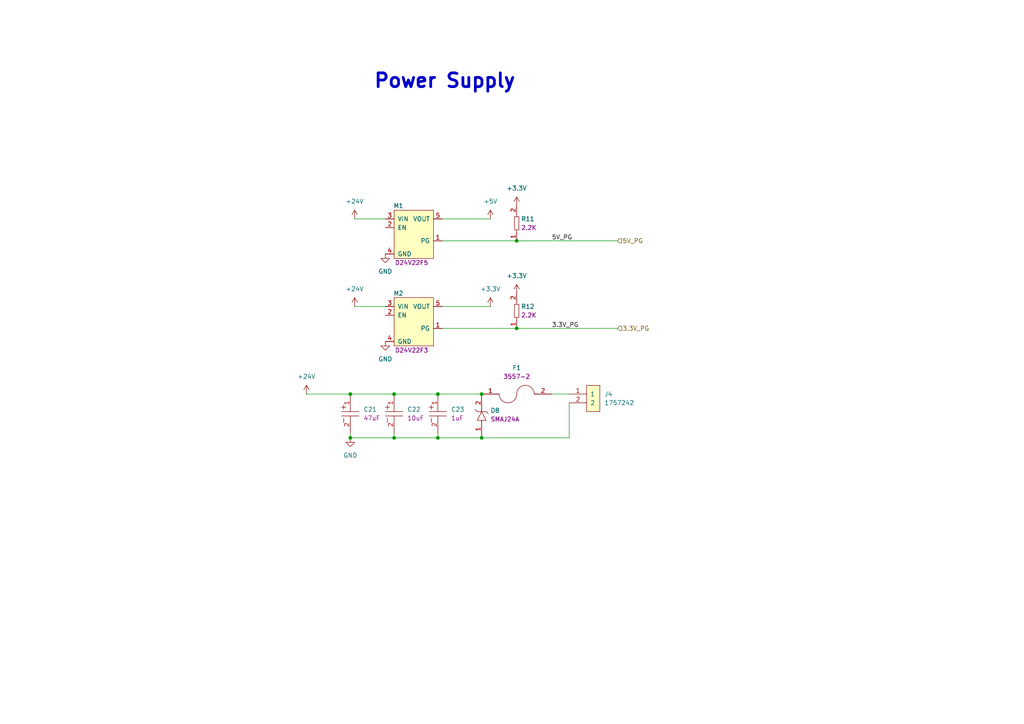
<source format=kicad_sch>
(kicad_sch (version 20231120) (generator "eeschema") (generator_version "8.0")
  (paper "A4")
  (lib_symbols
    (symbol "AVR-KiCAD-Lib-Capacitors:UUQ1H010MCL1GB" (pin_names (offset 1.016))
      (property "Reference" "C" (at -2.54 2.54 0))
      (property "_Value_" "1uF" (at 58.42 63.5 0))
      (symbol "UUQ1H010MCL1GB_0_1"
        (polyline (pts (xy -1.27 -1.27) (xy -1.27 -2.54)))
        (polyline (pts (xy -0.635 -1.905) (xy -1.905 -1.905)))
        (polyline (pts (xy 1.905 -1.905) (xy 3.175 -1.905)))
      )
      (symbol "UUQ1H010MCL1GB_1_1"
        (polyline (pts (xy 0 2.54) (xy 0 -2.54)))
        (polyline (pts (xy 1.27 2.54) (xy 1.27 -2.54)))
        (pin input line (at -5.08 0 0) (length 5.08) (name "~") (number "1"))
        (pin input line (at 6.35 0 180) (length 5.08) (name "~") (number "2"))
      )
    )
    (symbol "AVR-KiCAD-Lib-Capacitors:UUQ1H100MCL1GB" (pin_names (offset 1.016))
      (property "Reference" "C" (at -2.54 2.54 0))
      (property "_Value_" "10uF" (at 58.42 63.5 0))
      (symbol "UUQ1H100MCL1GB_0_1"
        (polyline (pts (xy -1.27 -1.27) (xy -1.27 -2.54)))
        (polyline (pts (xy -0.635 -1.905) (xy -1.905 -1.905)))
        (polyline (pts (xy 1.905 -1.905) (xy 3.175 -1.905)))
      )
      (symbol "UUQ1H100MCL1GB_1_1"
        (polyline (pts (xy 0 2.54) (xy 0 -2.54)))
        (polyline (pts (xy 1.27 2.54) (xy 1.27 -2.54)))
        (pin input line (at -5.08 0 0) (length 5.08) (name "~") (number "1"))
        (pin input line (at 6.35 0 180) (length 5.08) (name "~") (number "2"))
      )
    )
    (symbol "AVR-KiCAD-Lib-Capacitors:UUQ1H470MCL1GS" (pin_names (offset 1.016))
      (property "Reference" "C" (at -2.54 2.54 0))
      (property "_Value_" "47uF" (at 58.42 63.5 0))
      (symbol "UUQ1H470MCL1GS_0_1"
        (polyline (pts (xy -1.27 -1.27) (xy -1.27 -2.54)))
        (polyline (pts (xy -0.635 -1.905) (xy -1.905 -1.905)))
        (polyline (pts (xy 1.905 -1.905) (xy 3.175 -1.905)))
      )
      (symbol "UUQ1H470MCL1GS_1_1"
        (polyline (pts (xy 0 2.54) (xy 0 -2.54)))
        (polyline (pts (xy 1.27 2.54) (xy 1.27 -2.54)))
        (pin input line (at -5.08 0 0) (length 5.08) (name "~") (number "1"))
        (pin input line (at 6.35 0 180) (length 5.08) (name "~") (number "2"))
      )
    )
    (symbol "AVR-KiCAD-Lib-Connectors:1757242" (pin_names (offset 1.016))
      (property "Reference" "J" (at -1.27 -1.27 0))
      (property "Value" "1757242" (at 3.81 -11.43 0))
      (symbol "1757242_0_1"
        (rectangle (start 0 -2.54) (end 3.81 -10.16) (fill (type background)))
      )
      (symbol "1757242_1_1"
        (pin passive line (at -5.08 -5.08 0) (length 5.08) (name "1") (number "1"))
        (pin passive line (at -5.08 -7.62 0) (length 5.08) (name "2") (number "2"))
      )
    )
    (symbol "AVR-KiCAD-Lib-Diodes:SMAJ24A" (pin_names (offset 1.016))
      (property "Reference" "D" (at -2.54 2.54 0))
      (property "_Value_" "SMAJ24A" (at 58.42 63.5 0))
      (symbol "SMAJ24A_0_1"
        (polyline (pts (xy 1.27 -1.27) (xy 0.635 -1.905)))
        (polyline (pts (xy 1.27 1.27) (xy 1.27 -1.27)))
        (polyline (pts (xy 1.27 1.27) (xy 1.905 1.905)))
        (polyline (pts (xy -1.27 1.27) (xy -1.27 -1.27) (xy 1.27 0) (xy -1.27 1.27)))
      )
      (symbol "SMAJ24A_1_1"
        (pin passive line (at -6.35 0 0) (length 5.08) (name "~") (number "1"))
        (pin passive line (at 6.35 0 180) (length 5.08) (name "~") (number "2"))
      )
    )
    (symbol "AVR-KiCAD-Lib-Fuse-Holders:3557-2" (pin_names (offset 1.016))
      (property "Reference" "F" (at -6.35 6.35 0))
      (property "_Value_" "3557-2" (at -3.81 3.81 0))
      (symbol "3557-2_0_1"
        (arc (start -5.08 0) (mid -2.54 -2.529) (end 0 0))
        (arc (start 5.08 0) (mid 2.54 2.529) (end 0 0))
      )
      (symbol "3557-2_1_1"
        (pin passive line (at -10.16 0 0) (length 5.08) (name "~") (number "1"))
        (pin passive line (at 10.16 0 180) (length 5.08) (name "~") (number "2"))
      )
    )
    (symbol "AVR-KiCAD-Lib-Modules:D24V22F3" (pin_names (offset 1.016))
      (property "Reference" "M" (at 0 15.24 0))
      (property "_Value_" "D24V22F3" (at 5.08 -1.27 0))
      (symbol "D24V22F3_1_1"
        (rectangle (start 0 13.97) (end 11.43 0) (fill (type background)))
        (pin input line (at 13.97 5.08 180) (length 2.54) (name "PG") (number "1"))
        (pin input line (at -2.54 8.89 0) (length 2.54) (name "EN") (number "2"))
        (pin input line (at -2.54 11.43 0) (length 2.54) (name "VIN") (number "3"))
        (pin passive line (at -2.54 1.27 0) (length 2.54) (name "GND") (number "4"))
        (pin output line (at 13.97 11.43 180) (length 2.54) (name "VOUT") (number "5"))
      )
    )
    (symbol "AVR-KiCAD-Lib-Modules:D24V22F5" (pin_names (offset 1.016))
      (property "Reference" "M" (at 0 15.24 0))
      (property "_Value_" "D24V22F5" (at 5.08 -1.27 0))
      (symbol "D24V22F5_1_1"
        (rectangle (start 0 13.97) (end 11.43 0) (fill (type background)))
        (pin input line (at 13.97 5.08 180) (length 2.54) (name "PG") (number "1"))
        (pin input line (at -2.54 8.89 0) (length 2.54) (name "EN") (number "2"))
        (pin input line (at -2.54 11.43 0) (length 2.54) (name "VIN") (number "3"))
        (pin passive line (at -2.54 1.27 0) (length 2.54) (name "GND") (number "4"))
        (pin output line (at 13.97 11.43 180) (length 2.54) (name "VOUT") (number "5"))
      )
    )
    (symbol "AVR-KiCAD-Lib-Resistors:RC0603FR-072K2L" (pin_names (offset 1.016))
      (property "Reference" "R" (at -2.54 2.54 0))
      (property "Value" "RC0603FR-072K2L" (at 1.27 5.08 0))
      (property "_Value_" "2.2K" (at 58.42 63.5 0))
      (symbol "RC0603FR-072K2L_0_1"
        (rectangle (start -1.905 0.635) (end 1.905 -0.635))
        (polyline (pts (xy -2.54 0) (xy -1.905 0)))
        (polyline (pts (xy -1.905 0) (xy -1.905 0)))
        (polyline (pts (xy 1.905 0) (xy 1.905 0)))
        (polyline (pts (xy 2.54 0) (xy 1.905 0)))
      )
      (symbol "RC0603FR-072K2L_1_1"
        (pin passive line (at -5.08 0 0) (length 2.5146) (name "~") (number "1"))
        (pin passive line (at 5.08 0 180) (length 2.5146) (name "~") (number "2"))
      )
    )
    (symbol "power:+24V" (power) (pin_numbers hide) (pin_names (offset 0) hide)
      (property "Value" "+24V" (at 0 3.556 0))
      (symbol "+24V_0_1"
        (polyline (pts (xy -0.762 1.27) (xy 0 2.54)))
        (polyline (pts (xy 0 0) (xy 0 2.54)))
        (polyline (pts (xy 0 2.54) (xy 0.762 1.27)))
      )
      (symbol "+24V_1_1"
        (pin power_in line (at 0 0 90) (length 0) (name "~") (number "1"))
      )
    )
    (symbol "power:+3.3V" (power) (pin_names (offset 0))
      (property "Value" "+3.3V" (at 0 3.556 0))
      (symbol "+3.3V_0_1"
        (polyline (pts (xy -0.762 1.27) (xy 0 2.54)))
        (polyline (pts (xy 0 0) (xy 0 2.54)))
        (polyline (pts (xy 0 2.54) (xy 0.762 1.27)))
      )
      (symbol "+3.3V_1_1"
        (pin power_in line (at 0 0 90) (length 0) hide (name "+3.3V") (number "1"))
      )
    )
    (symbol "power:+5V" (power) (pin_names (offset 0))
      (property "Value" "+5V" (at 0 3.556 0))
      (symbol "+5V_0_1"
        (polyline (pts (xy -0.762 1.27) (xy 0 2.54)))
        (polyline (pts (xy 0 0) (xy 0 2.54)))
        (polyline (pts (xy 0 2.54) (xy 0.762 1.27)))
      )
      (symbol "+5V_1_1"
        (pin power_in line (at 0 0 90) (length 0) hide (name "+5V") (number "1"))
      )
    )
    (symbol "power:GND" (power) (pin_names (offset 0))
      (property "Value" "GND" (at 0 -3.81 0))
      (symbol "GND_0_1"
        (polyline (pts (xy 0 0) (xy 0 -1.27) (xy 1.27 -1.27) (xy 0 -2.54) (xy -1.27 -1.27) (xy 0 -1.27)))
      )
      (symbol "GND_1_1"
        (pin power_in line (at 0 0 270) (length 0) hide (name "GND") (number "1"))
      )
    )
  )
  (junction (at 149.86 95.25))
  (junction (at 101.6 114.3))
  (junction (at 114.3 127))
  (junction (at 139.7 127))
  (junction (at 101.6 127))
  (junction (at 127 114.3))
  (junction (at 149.86 69.85))
  (junction (at 139.7 114.3))
  (junction (at 127 127))
  (junction (at 114.3 114.3))
  (wire (pts (xy 127 114.3) (xy 139.7 114.3)))
  (wire (pts (xy 149.86 69.85) (xy 179.07 69.85)))
  (wire (pts (xy 127 127) (xy 139.7 127)))
  (wire (pts (xy 127 127) (xy 127 125.73)))
  (wire (pts (xy 128.27 88.9) (xy 142.24 88.9)))
  (wire (pts (xy 149.86 95.25) (xy 179.07 95.25)))
  (wire (pts (xy 160.02 114.3) (xy 165.1 114.3)))
  (wire (pts (xy 114.3 114.3) (xy 127 114.3)))
  (wire (pts (xy 128.27 95.25) (xy 149.86 95.25)))
  (wire (pts (xy 128.27 63.5) (xy 142.24 63.5)))
  (wire (pts (xy 102.87 88.9) (xy 111.76 88.9)))
  (wire (pts (xy 139.7 127) (xy 165.1 127)))
  (wire (pts (xy 128.27 69.85) (xy 149.86 69.85)))
  (wire (pts (xy 102.87 63.5) (xy 111.76 63.5)))
  (wire (pts (xy 88.9 114.3) (xy 101.6 114.3)))
  (wire (pts (xy 114.3 127) (xy 114.3 125.73)))
  (wire (pts (xy 101.6 127) (xy 114.3 127)))
  (wire (pts (xy 114.3 127) (xy 127 127)))
  (wire (pts (xy 165.1 127) (xy 165.1 116.84)))
  (wire (pts (xy 101.6 127) (xy 101.6 125.73)))
  (wire (pts (xy 101.6 114.3) (xy 114.3 114.3)))
  (text "Power Supply " (at 108.204 25.908 0) (effects (font (size 4 4) (thickness 0.8) (bold yes)) (justify left bottom)))
  (label "3.3V_PG" (at 160.02 95.25 0))
  (label "5V_PG" (at 160.02 69.85 0))
  (hierarchical_label "5V_PG" (shape input) (at 179.07 69.85 0))
  (hierarchical_label "3.3V_PG" (shape input) (at 179.07 95.25 0))
  (symbol (lib_id "power:+24V") (at 102.87 63.5 0) (unit 1)
    (property "Reference" "#PWR028" (effects (hide yes)))
    (property "Value" "+24V" (at 102.87 58.42 0))
    (property "Description" "Power symbol creates a global label with name \"+24V\"" (effects (hide yes)))
  )
  (symbol (lib_id "AVR-KiCAD-Lib-Resistors:RC0603FR-072K2L") (at 149.86 64.77 90) (unit 1)
    (property "Reference" "R11" (at 151.13 63.4999 90) (effects (justify right)))
    (property "Value" "RC0603FR-072K2L" (effects (hide yes)))
    (property "Footprint" "AVR-KiCAD-Lib-Resistors:R0603" (effects (hide yes)))
    (property "Datasheet" "https://www.yageo.com/upload/media/product/products/datasheet/rchip/PYu-RC_Group_51_RoHS_L_12.pdf" (effects (hide yes)))
    (property "Description" "2.2 kOhms ±1% 0.1W, 1/10W Chip Resistor 0603 (1608 Metric) Moisture Resistant Thick Film" (effects (hide yes)))
    (property "Cost QTY: 1" "0.10000" (effects (hide yes)))
    (property "Cost QTY: 1000" "0.00532" (effects (hide yes)))
    (property "Cost QTY: 2500" "*" (effects (hide yes)))
    (property "Cost QTY: 5000" "0.00382" (effects (hide yes)))
    (property "Cost QTY: 10000" "0.00335" (effects (hide yes)))
    (property "MFR" "YAGEO" (effects (hide yes)))
    (property "MFR#" "RC0603FR-072K2L" (effects (hide yes)))
    (property "Vendor" "Digikey" (effects (hide yes)))
    (property "Vendor #" "311-2.20KHRTR-ND" (effects (hide yes)))
    (property "Designer" "Adam Vadala-Roth" (effects (hide yes)))
    (property "Height" "0.55mm" (effects (hide yes)))
    (property "Date Created" "3/8/2024" (effects (hide yes)))
    (property "Date Modified" "3/8/2024" (effects (hide yes)))
    (property "Lead-Free ?" "Yes" (effects (hide yes)))
    (property "RoHS Levels" "1" (effects (hide yes)))
    (property "Mounting" "SMT" (effects (hide yes)))
    (property "Pin Count #" "2" (effects (hide yes)))
    (property "Status" "Active" (effects (hide yes)))
    (property "Tolerance" "1%" (effects (hide yes)))
    (property "Type" "Resistor " (effects (hide yes)))
    (property "Voltage" "N/A" (effects (hide yes)))
    (property "Package" "0603" (effects (hide yes)))
    (property "_Value_" "2.2K" (at 151.13 66.0399 90) (effects (justify right)))
    (property "Management_ID" "*" (effects (hide yes)))
  )
  (symbol (lib_id "AVR-KiCAD-Lib-Fuse-Holders:3557-2") (at 149.86 114.3 0) (unit 1)
    (property "Reference" "F1" (at 149.86 106.68 0))
    (property "Value" "3557-2" (effects (hide yes)))
    (property "Footprint" "AVR-KiCAD-Lib-Fuse-Holders:FUSE_3557-2" (effects (hide yes)))
    (property "Datasheet" "https://www.keyelco.com/userAssets/file/M65p41.pdf" (effects (hide yes)))
    (property "Description" "Fuse Block 30 A 500V 1 Circuit Blade Through Hole" (effects (hide yes)))
    (property "Cost QTY: 1" "1.31000" (effects (hide yes)))
    (property "Cost QTY: 1000" "0.63520" (effects (hide yes)))
    (property "Cost QTY: 2500" "0.53190" (effects (hide yes)))
    (property "Cost QTY: 5000" "0.51110" (effects (hide yes)))
    (property "Cost QTY: 10000" "*" (effects (hide yes)))
    (property "MFR" "Keystone Electronics" (effects (hide yes)))
    (property "MFR#" "3557-2" (effects (hide yes)))
    (property "Vendor" "Digikey" (effects (hide yes)))
    (property "Vendor #" "36-3557-2-ND" (effects (hide yes)))
    (property "Designer" "Adam Vadala-Roth" (effects (hide yes)))
    (property "Height" "7.4mm" (effects (hide yes)))
    (property "Date Created" "10/27/2024" (effects (hide yes)))
    (property "Date Modified" "10/27/2024" (effects (hide yes)))
    (property "Lead-Free ?" "Yes" (effects (hide yes)))
    (property "RoHS Levels" "1" (effects (hide yes)))
    (property "Mounting" "ThroughHole" (effects (hide yes)))
    (property "Pin Count #" "2" (effects (hide yes)))
    (property "Status" "Active" (effects (hide yes)))
    (property "Tolerance" "*" (effects (hide yes)))
    (property "Type" "Fuse Holder" (effects (hide yes)))
    (property "Voltage" "500V" (effects (hide yes)))
    (property "Package" "*" (effects (hide yes)))
    (property "_Value_" "3557-2" (at 149.86 109.22 0))
    (property "Management_ID" "*" (effects (hide yes)))
  )
  (symbol (lib_id "AVR-KiCAD-Lib-Capacitors:UUQ1H470MCL1GS") (at 101.6 119.38 270) (unit 1)
    (property "Reference" "C21" (at 105.41 118.745 90) (effects (justify left)))
    (property "Value" "UUQ1H470MCL1GS" (effects (hide yes)))
    (property "Footprint" "AVR-KiCAD-Lib-Capacitors:CP_Elec_8x10" (effects (hide yes)))
    (property "Datasheet" "https://www.nichicon.co.jp/english/products/pdfs/e-uuq.pdf" (effects (hide yes)))
    (property "Description" "47µF 50V Aluminum Electrolytic Capacitors Radial, Can - SMD 1000 Hrs @ 105°C" (effects (hide yes)))
    (property "Cost QTY: 1" "1.06000" (effects (hide yes)))
    (property "Cost QTY: 1000" "*" (effects (hide yes)))
    (property "Cost QTY: 2500" "*" (effects (hide yes)))
    (property "Cost QTY: 5000" "*" (effects (hide yes)))
    (property "Cost QTY: 10000" "*" (effects (hide yes)))
    (property "MFR" "Nichicon" (effects (hide yes)))
    (property "MFR#" "UUQ1H470MCL1GS" (effects (hide yes)))
    (property "Vendor" "Digikey" (effects (hide yes)))
    (property "Vendor #" "493-3212-1-ND" (effects (hide yes)))
    (property "Designer" "AVR" (effects (hide yes)))
    (property "Height" "6.2mm" (effects (hide yes)))
    (property "Date Created" "12/16/2019" (effects (hide yes)))
    (property "Date Modified" "12/16/2019" (effects (hide yes)))
    (property "Lead-Free ?" "Yes" (effects (hide yes)))
    (property "RoHS Levels" "1" (effects (hide yes)))
    (property "Mounting" "SMT" (effects (hide yes)))
    (property "Pin Count #" "2" (effects (hide yes)))
    (property "Status" "Active" (effects (hide yes)))
    (property "Tolerance" "20%" (effects (hide yes)))
    (property "Type" "Alu  Cap Audio" (effects (hide yes)))
    (property "Voltage" "50V" (effects (hide yes)))
    (property "Package" "Radial SMD" (effects (hide yes)))
    (property "_Value_" "47uF" (at 105.41 121.285 90) (effects (justify left)))
    (property "Management_ID" "*" (effects (hide yes)))
  )
  (symbol (lib_id "power:+3.3V") (at 142.24 88.9 0) (unit 1)
    (property "Reference" "#PWR032" (effects (hide yes)))
    (property "Value" "+3.3V" (at 142.24 83.82 0))
  )
  (symbol (lib_id "AVR-KiCAD-Lib-Modules:D24V22F5") (at 114.3 74.93 0) (unit 1)
    (property "Reference" "M1" (at 115.57 59.69 0))
    (property "Value" "D24V22F5" (effects (hide yes)))
    (property "Footprint" "AVR-KiCAD-Lib-Modules:D24V22F12" (effects (hide yes)))
    (property "Datasheet" "https://www.pololu.com/product/2858" (effects (hide yes)))
    (property "Description" "DCDC Regulator Module 24-36V IN 5VDC OUT" (effects (hide yes)))
    (property "Cost QTY: 1" "11.95 " (effects (hide yes)))
    (property "Cost QTY: 1000" "*" (effects (hide yes)))
    (property "Cost QTY: 2500" "*" (effects (hide yes)))
    (property "Cost QTY: 5000" "*" (effects (hide yes)))
    (property "Cost QTY: 10000" "*" (effects (hide yes)))
    (property "MFR" "Pololu Robotics & Electronics" (effects (hide yes)))
    (property "MFR#" "D24V22F5" (effects (hide yes)))
    (property "Vendor" "Pololu Robotics & Electronics" (effects (hide yes)))
    (property "Vendor #" "D24V22F5" (effects (hide yes)))
    (property "Designer" "Adam Vadala-Roth" (effects (hide yes)))
    (property "Height" "6mm" (effects (hide yes)))
    (property "Date Created" "9/26/2023" (effects (hide yes)))
    (property "Date Modified" "9/26/2023" (effects (hide yes)))
    (property "Lead-Free ?" "Yes" (effects (hide yes)))
    (property "RoHS Levels" "1" (effects (hide yes)))
    (property "Mounting" "ThroughHole" (effects (hide yes)))
    (property "Pin Count #" "5" (effects (hide yes)))
    (property "Status" "Active" (effects (hide yes)))
    (property "Tolerance" "N/A" (effects (hide yes)))
    (property "Type" "Module" (effects (hide yes)))
    (property "Voltage" "36V IN 5V OUT" (effects (hide yes)))
    (property "Package" "Proprietary" (effects (hide yes)))
    (property "_Value_" "D24V22F5" (at 119.38 76.2 0))
    (property "Management_ID" "*" (effects (hide yes)))
  )
  (symbol (lib_id "power:GND") (at 101.6 127 0) (unit 1)
    (property "Reference" "#PWR027" (effects (hide yes)))
    (property "Value" "GND" (at 101.6 132.08 0))
  )
  (symbol (lib_id "power:+3.3V") (at 149.86 85.09 0) (unit 1)
    (property "Reference" "#PWR034" (effects (hide yes)))
    (property "Value" "+3.3V" (at 149.86 80.01 0))
  )
  (symbol (lib_id "AVR-KiCAD-Lib-Capacitors:UUQ1H100MCL1GB") (at 114.3 119.38 270) (unit 1)
    (property "Reference" "C22" (at 118.11 118.745 90) (effects (justify left)))
    (property "Value" "UUQ1H100MCL1GB" (effects (hide yes)))
    (property "Footprint" "AVR-KiCAD-Lib-Capacitors:CP_Elec_4x5.3" (effects (hide yes)))
    (property "Datasheet" "https://www.nichicon.co.jp/english/products/pdfs/e-uuq.pdf" (effects (hide yes)))
    (property "Description" "10µF 50V Aluminum Electrolytic Capacitors Radial, Can - SMD 1000 Hrs @ 105°C" (effects (hide yes)))
    (property "Cost QTY: 1" "0.72000" (effects (hide yes)))
    (property "Cost QTY: 1000" "0.24828" (effects (hide yes)))
    (property "Cost QTY: 2500" "*" (effects (hide yes)))
    (property "Cost QTY: 5000" "*" (effects (hide yes)))
    (property "Cost QTY: 10000" "*" (effects (hide yes)))
    (property "MFR" "Nichicon" (effects (hide yes)))
    (property "MFR#" "UUQ1H100MCL1GB" (effects (hide yes)))
    (property "Vendor" "Digikey" (effects (hide yes)))
    (property "Vendor #" "493-3208-1-ND" (effects (hide yes)))
    (property "Designer" "AVR" (effects (hide yes)))
    (property "Height" "5.4mm" (effects (hide yes)))
    (property "Date Created" "12/16/2019" (effects (hide yes)))
    (property "Date Modified" "12/16/2019" (effects (hide yes)))
    (property "Lead-Free ?" "Yes" (effects (hide yes)))
    (property "RoHS Levels" "1" (effects (hide yes)))
    (property "Mounting" "SMT" (effects (hide yes)))
    (property "Pin Count #" "2" (effects (hide yes)))
    (property "Status" "Active" (effects (hide yes)))
    (property "Tolerance" "20%" (effects (hide yes)))
    (property "Type" "Alu  Cap Audio" (effects (hide yes)))
    (property "Voltage" "50V" (effects (hide yes)))
    (property "Package" "Radial SMD" (effects (hide yes)))
    (property "_Value_" "10uF" (at 118.11 121.285 90) (effects (justify left)))
    (property "Management_ID" "*" (effects (hide yes)))
  )
  (symbol (lib_id "AVR-KiCAD-Lib-Capacitors:UUQ1H010MCL1GB") (at 127 119.38 270) (unit 1)
    (property "Reference" "C23" (at 130.81 118.745 90) (effects (justify left)))
    (property "Value" "UUQ1H010MCL1GB" (effects (hide yes)))
    (property "Footprint" "AVR-KiCAD-Lib-Capacitors:CP_Elec_4x5.3" (effects (hide yes)))
    (property "Datasheet" "https://www.nichicon.co.jp/english/products/pdfs/e-uuq.pdf" (effects (hide yes)))
    (property "Description" "1µF 50V Aluminum Electrolytic Capacitors Radial, Can - SMD 1000 Hrs @ 105°C" (effects (hide yes)))
    (property "Cost QTY: 1" "0.47000" (effects (hide yes)))
    (property "Cost QTY: 1000" "0.32600" (effects (hide yes)))
    (property "Cost QTY: 2500" "*" (effects (hide yes)))
    (property "Cost QTY: 5000" "*" (effects (hide yes)))
    (property "Cost QTY: 10000" "*" (effects (hide yes)))
    (property "MFR" "Nichicon" (effects (hide yes)))
    (property "MFR#" "UUQ1H010MCL1GB" (effects (hide yes)))
    (property "Vendor" "Digikey" (effects (hide yes)))
    (property "Vendor #" "493-3207-1-ND" (effects (hide yes)))
    (property "Designer" "AVR" (effects (hide yes)))
    (property "Height" "5.4mm" (effects (hide yes)))
    (property "Date Created" "12/16/2019" (effects (hide yes)))
    (property "Date Modified" "12/16/2019" (effects (hide yes)))
    (property "Lead-Free ?" "Yes" (effects (hide yes)))
    (property "RoHS Levels" "1" (effects (hide yes)))
    (property "Mounting" "SMT" (effects (hide yes)))
    (property "Pin Count #" "2" (effects (hide yes)))
    (property "Status" "Active" (effects (hide yes)))
    (property "Tolerance" "20%" (effects (hide yes)))
    (property "Type" "Alu  Cap Audio" (effects (hide yes)))
    (property "Voltage" "50V" (effects (hide yes)))
    (property "Package" "Radial SMD" (effects (hide yes)))
    (property "_Value_" "1uF" (at 130.81 121.285 90) (effects (justify left)))
    (property "Management_ID" "*" (effects (hide yes)))
  )
  (symbol (lib_id "power:+5V") (at 142.24 63.5 0) (unit 1)
    (property "Reference" "#PWR031" (effects (hide yes)))
    (property "Value" "+5V" (at 142.24 58.42 0))
  )
  (symbol (lib_id "AVR-KiCAD-Lib-Connectors:1757242") (at 170.18 109.22 0) (unit 1)
    (property "Reference" "J4" (at 175.26 114.3 0) (effects (justify left)))
    (property "Value" "1757242" (at 175.26 116.84 0) (effects (justify left)))
    (property "Footprint" "AVR-KiCAD-Lib-Connectors:PhoenixContact_MSTBA-G_02x5.08mm_Angled" (effects (hide yes)))
    (property "Datasheet" "https://media.digikey.com/pdf/Data%20Sheets/Phoenix%20Contact%20PDFs/1757242.pdf" (effects (hide yes)))
    (property "Description" "2 Position Terminal Block Header, Male Pins, Shrouded (4 Side) 0.200\" (5.08mm) 90°, Right Angle  Through Hole" (effects (hide yes)))
    (property "Cost QTY: 1" "0.64000" (effects (hide yes)))
    (property "Cost QTY: 1000" "0.45518" (effects (hide yes)))
    (property "Cost QTY: 2500" "0.43375" (effects (hide yes)))
    (property "Cost QTY: 5000" "0.40698" (effects (hide yes)))
    (property "Cost QTY: 10000" "*" (effects (hide yes)))
    (property "MFR" "Phoenix Contact" (effects (hide yes)))
    (property "MFR#" "1757242" (effects (hide yes)))
    (property "Vendor" "Digikey" (effects (hide yes)))
    (property "Vendor #" "277-1106-ND" (effects (hide yes)))
    (property "Designer" "AVR" (effects (hide yes)))
    (property "Height" "12mm" (effects (hide yes)))
    (property "Date Created" "6/20/2020" (effects (hide yes)))
    (property "Date Modified" "6/20/2020" (effects (hide yes)))
    (property "Lead-Free ?" "Yes" (effects (hide yes)))
    (property "RoHS Levels" "1" (effects (hide yes)))
    (property "Mounting" "ThroughHole" (effects (hide yes)))
    (property "Pin Count #" "2" (effects (hide yes)))
    (property "Status" "Active" (effects (hide yes)))
    (property "Tolerance" "*" (effects (hide yes)))
    (property "Type" "Connector" (effects (hide yes)))
    (property "Voltage" "300V" (effects (hide yes)))
    (property "Package" "*" (effects (hide yes)))
    (property "_Value_" "1757242" (effects (hide yes)))
    (property "Management_ID" "*" (effects (hide yes)))
  )
  (symbol (lib_id "power:GND") (at 111.76 99.06 0) (unit 1)
    (property "Reference" "#PWR030" (effects (hide yes)))
    (property "Value" "GND" (at 111.76 104.14 0))
  )
  (symbol (lib_id "power:GND") (at 111.76 73.66 0) (unit 1)
    (property "Reference" "#PWR029" (effects (hide yes)))
    (property "Value" "GND" (at 111.76 78.74 0))
  )
  (symbol (lib_id "AVR-KiCAD-Lib-Modules:D24V22F3") (at 114.3 100.33 0) (unit 1)
    (property "Reference" "M2" (at 115.57 85.09 0))
    (property "Value" "D24V22F3" (effects (hide yes)))
    (property "Footprint" "AVR-KiCAD-Lib-Modules:D24V22F12" (effects (hide yes)))
    (property "Datasheet" "https://www.pololu.com/product/2857" (effects (hide yes)))
    (property "Description" "DCDC Regulator Module 24-36V IN 3.3VDC OUT" (effects (hide yes)))
    (property "Cost QTY: 1" "11.95 " (effects (hide yes)))
    (property "Cost QTY: 1000" "*" (effects (hide yes)))
    (property "Cost QTY: 2500" "*" (effects (hide yes)))
    (property "Cost QTY: 5000" "*" (effects (hide yes)))
    (property "Cost QTY: 10000" "*" (effects (hide yes)))
    (property "MFR" "Pololu Robotics & Electronics" (effects (hide yes)))
    (property "MFR#" "D24V22F3" (effects (hide yes)))
    (property "Vendor" "Pololu Robotics & Electronics" (effects (hide yes)))
    (property "Vendor #" "D24V22F5" (effects (hide yes)))
    (property "Designer" "Adam Vadala-Roth" (effects (hide yes)))
    (property "Height" "6mm" (effects (hide yes)))
    (property "Date Created" "9/26/2023" (effects (hide yes)))
    (property "Date Modified" "9/26/2023" (effects (hide yes)))
    (property "Lead-Free ?" "Yes" (effects (hide yes)))
    (property "RoHS Levels" "1" (effects (hide yes)))
    (property "Mounting" "ThroughHole" (effects (hide yes)))
    (property "Pin Count #" "5" (effects (hide yes)))
    (property "Status" "Active" (effects (hide yes)))
    (property "Tolerance" "N/A" (effects (hide yes)))
    (property "Type" "Module" (effects (hide yes)))
    (property "Voltage" "36V IN 3.3V OUT" (effects (hide yes)))
    (property "Package" "Proprietary" (effects (hide yes)))
    (property "_Value_" "D24V22F3" (at 119.38 101.6 0))
    (property "Management_ID" "*" (effects (hide yes)))
  )
  (symbol (lib_id "power:+24V") (at 102.87 88.9 0) (unit 1)
    (property "Reference" "#PWR035" (effects (hide yes)))
    (property "Value" "+24V" (at 102.87 83.82 0))
    (property "Description" "Power symbol creates a global label with name \"+24V\"" (effects (hide yes)))
  )
  (symbol (lib_id "AVR-KiCAD-Lib-Resistors:RC0603FR-072K2L") (at 149.86 90.17 90) (unit 1)
    (property "Reference" "R12" (at 151.13 88.8999 90) (effects (justify right)))
    (property "Value" "RC0603FR-072K2L" (effects (hide yes)))
    (property "Footprint" "AVR-KiCAD-Lib-Resistors:R0603" (effects (hide yes)))
    (property "Datasheet" "https://www.yageo.com/upload/media/product/products/datasheet/rchip/PYu-RC_Group_51_RoHS_L_12.pdf" (effects (hide yes)))
    (property "Description" "2.2 kOhms ±1% 0.1W, 1/10W Chip Resistor 0603 (1608 Metric) Moisture Resistant Thick Film" (effects (hide yes)))
    (property "Cost QTY: 1" "0.10000" (effects (hide yes)))
    (property "Cost QTY: 1000" "0.00532" (effects (hide yes)))
    (property "Cost QTY: 2500" "*" (effects (hide yes)))
    (property "Cost QTY: 5000" "0.00382" (effects (hide yes)))
    (property "Cost QTY: 10000" "0.00335" (effects (hide yes)))
    (property "MFR" "YAGEO" (effects (hide yes)))
    (property "MFR#" "RC0603FR-072K2L" (effects (hide yes)))
    (property "Vendor" "Digikey" (effects (hide yes)))
    (property "Vendor #" "311-2.20KHRTR-ND" (effects (hide yes)))
    (property "Designer" "Adam Vadala-Roth" (effects (hide yes)))
    (property "Height" "0.55mm" (effects (hide yes)))
    (property "Date Created" "3/8/2024" (effects (hide yes)))
    (property "Date Modified" "3/8/2024" (effects (hide yes)))
    (property "Lead-Free ?" "Yes" (effects (hide yes)))
    (property "RoHS Levels" "1" (effects (hide yes)))
    (property "Mounting" "SMT" (effects (hide yes)))
    (property "Pin Count #" "2" (effects (hide yes)))
    (property "Status" "Active" (effects (hide yes)))
    (property "Tolerance" "1%" (effects (hide yes)))
    (property "Type" "Resistor " (effects (hide yes)))
    (property "Voltage" "N/A" (effects (hide yes)))
    (property "Package" "0603" (effects (hide yes)))
    (property "_Value_" "2.2K" (at 151.13 91.4399 90) (effects (justify right)))
    (property "Management_ID" "*" (effects (hide yes)))
  )
  (symbol (lib_id "AVR-KiCAD-Lib-Diodes:SMAJ24A") (at 139.7 120.65 90) (unit 1)
    (property "Reference" "D8" (at 142.24 119.0624 90) (effects (justify right)))
    (property "Value" "SMAJ24A" (effects (hide yes)))
    (property "Footprint" "AVR-KiCAD-Lib-Diodes:SMAJ" (effects (hide yes)))
    (property "Datasheet" "https://www.bourns.com/docs/Product-Datasheets/SMAJ.pdf" (effects (hide yes)))
    (property "Description" "38.9V Clamp 10.3A Ipp Tvs Diode Surface Mount DO-214AC (SMA)" (effects (hide yes)))
    (property "Cost QTY: 1" "0.35000" (effects (hide yes)))
    (property "Cost QTY: 1000" "0.11149" (effects (hide yes)))
    (property "Cost QTY: 2500" "0.10122" (effects (hide yes)))
    (property "Cost QTY: 5000" "0.07250" (effects (hide yes)))
    (property "Cost QTY: 10000" "*" (effects (hide yes)))
    (property "MFR" "Bourns Inc." (effects (hide yes)))
    (property "MFR#" "SMAJ24A" (effects (hide yes)))
    (property "Vendor" "Digikey" (effects (hide yes)))
    (property "Vendor #" "SMAJ24ABTR-ND" (effects (hide yes)))
    (property "Designer" "Adam Vadala-Roth" (effects (hide yes)))
    (property "Height" "2.29mm" (effects (hide yes)))
    (property "Date Created" "10/27/2024" (effects (hide yes)))
    (property "Date Modified" "10/27/2024" (effects (hide yes)))
    (property "Lead-Free ?" "Yes" (effects (hide yes)))
    (property "RoHS Levels" "1" (effects (hide yes)))
    (property "Mounting" "SMT" (effects (hide yes)))
    (property "Pin Count #" "2" (effects (hide yes)))
    (property "Status" "Active" (effects (hide yes)))
    (property "Tolerance" "*" (effects (hide yes)))
    (property "Type" "Diode" (effects (hide yes)))
    (property "Voltage" "24V RS, 26.7V VB, 38.9V Clamp" (effects (hide yes)))
    (property "Package" "SMA" (effects (hide yes)))
    (property "_Value_" "SMAJ24A" (at 142.24 121.6024 90) (effects (justify right)))
    (property "Management_ID" "*" (effects (hide yes)))
  )
  (symbol (lib_id "power:+24V") (at 88.9 114.3 0) (unit 1)
    (property "Reference" "#PWR036" (effects (hide yes)))
    (property "Value" "+24V" (at 88.9 109.22 0))
    (property "Description" "Power symbol creates a global label with name \"+24V\"" (effects (hide yes)))
  )
  (symbol (lib_id "power:+3.3V") (at 149.86 59.69 0) (unit 1)
    (property "Reference" "#PWR033" (effects (hide yes)))
    (property "Value" "+3.3V" (at 149.86 54.61 0))
  )
)
</source>
